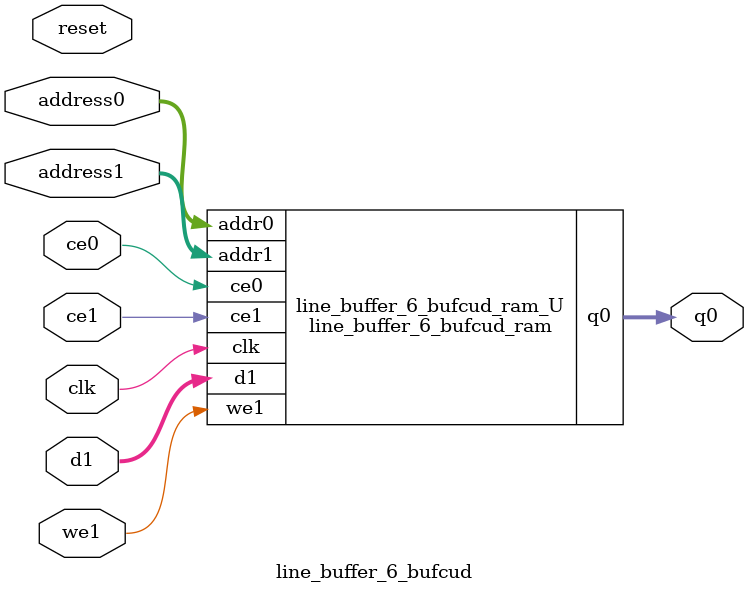
<source format=v>

`timescale 1 ns / 1 ps
module line_buffer_6_bufcud_ram (addr0, ce0, q0, addr1, ce1, d1, we1,  clk);

parameter DWIDTH = 16;
parameter AWIDTH = 12;
parameter MEM_SIZE = 2080;

input[AWIDTH-1:0] addr0;
input ce0;
output reg[DWIDTH-1:0] q0;
input[AWIDTH-1:0] addr1;
input ce1;
input[DWIDTH-1:0] d1;
input we1;
input clk;

(* ram_style = "block" *)reg [DWIDTH-1:0] ram[0:MEM_SIZE-1];




always @(posedge clk)  
begin 
    if (ce0) 
    begin
            q0 <= ram[addr0];
    end
end


always @(posedge clk)  
begin 
    if (ce1) 
    begin
        if (we1) 
        begin 
            ram[addr1] <= d1; 
        end 
    end
end


endmodule


`timescale 1 ns / 1 ps
module line_buffer_6_bufcud(
    reset,
    clk,
    address0,
    ce0,
    q0,
    address1,
    ce1,
    we1,
    d1);

parameter DataWidth = 32'd16;
parameter AddressRange = 32'd2080;
parameter AddressWidth = 32'd12;
input reset;
input clk;
input[AddressWidth - 1:0] address0;
input ce0;
output[DataWidth - 1:0] q0;
input[AddressWidth - 1:0] address1;
input ce1;
input we1;
input[DataWidth - 1:0] d1;



line_buffer_6_bufcud_ram line_buffer_6_bufcud_ram_U(
    .clk( clk ),
    .addr0( address0 ),
    .ce0( ce0 ),
    .q0( q0 ),
    .addr1( address1 ),
    .ce1( ce1 ),
    .d1( d1 ),
    .we1( we1 ));

endmodule


</source>
